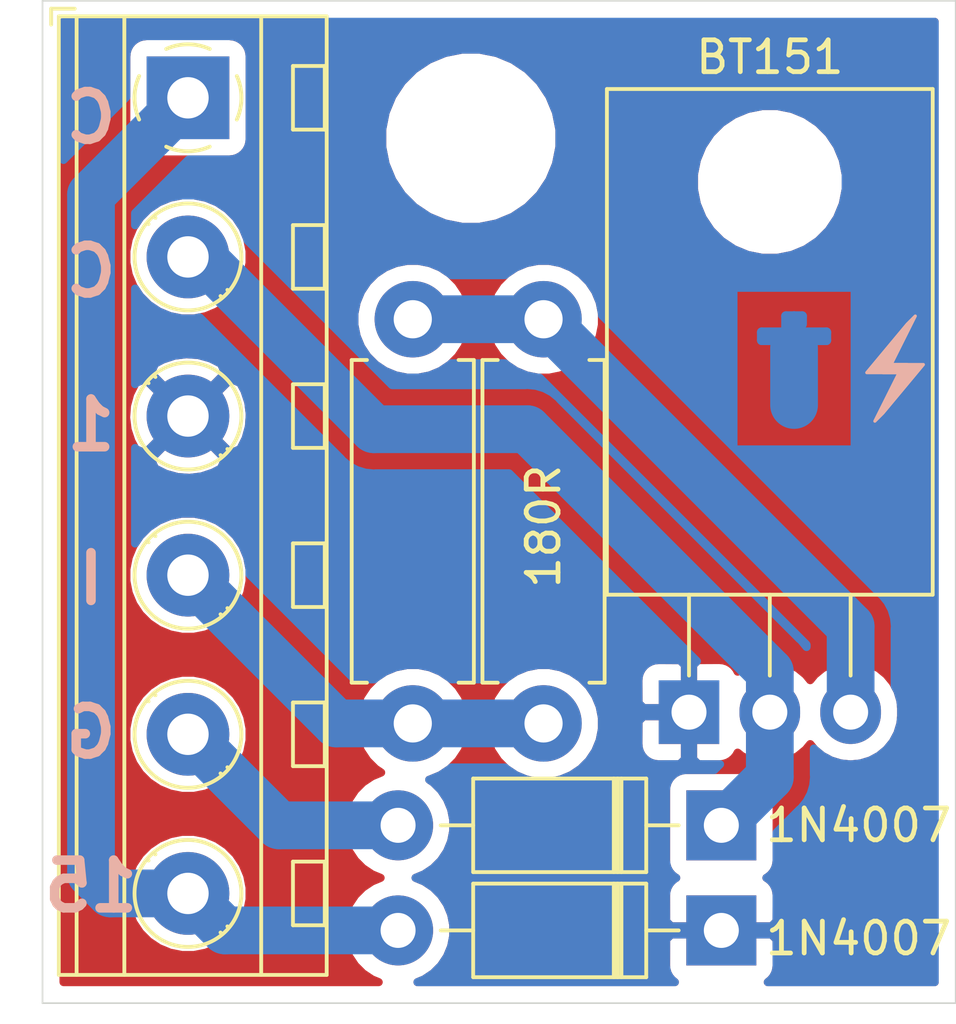
<source format=kicad_pcb>
(kicad_pcb (version 20171130) (host pcbnew 5.1.9+dfsg1-1+deb11u1)

  (general
    (thickness 1.6)
    (drawings 7)
    (tracks 32)
    (zones 0)
    (modules 7)
    (nets 7)
  )

  (page A4)
  (layers
    (0 F.Cu signal)
    (31 B.Cu signal)
    (32 B.Adhes user)
    (33 F.Adhes user)
    (34 B.Paste user)
    (35 F.Paste user)
    (36 B.SilkS user)
    (37 F.SilkS user)
    (38 B.Mask user)
    (39 F.Mask user)
    (40 Dwgs.User user)
    (41 Cmts.User user)
    (42 Eco1.User user)
    (43 Eco2.User user)
    (44 Edge.Cuts user)
    (45 Margin user)
    (46 B.CrtYd user)
    (47 F.CrtYd user)
    (48 B.Fab user)
    (49 F.Fab user)
  )

  (setup
    (last_trace_width 0.3)
    (trace_clearance 0.2)
    (zone_clearance 0.508)
    (zone_45_only no)
    (trace_min 0.2)
    (via_size 0.8)
    (via_drill 0.4)
    (via_min_size 0.4)
    (via_min_drill 0.3)
    (uvia_size 0.3)
    (uvia_drill 0.1)
    (uvias_allowed no)
    (uvia_min_size 0.2)
    (uvia_min_drill 0.1)
    (edge_width 0.05)
    (segment_width 0.2)
    (pcb_text_width 0.3)
    (pcb_text_size 1.5 1.5)
    (mod_edge_width 0.12)
    (mod_text_size 1 1)
    (mod_text_width 0.15)
    (pad_size 1.524 1.524)
    (pad_drill 0.762)
    (pad_to_mask_clearance 0)
    (aux_axis_origin 0 0)
    (visible_elements FFFFFF7F)
    (pcbplotparams
      (layerselection 0x010fc_ffffffff)
      (usegerberextensions true)
      (usegerberattributes true)
      (usegerberadvancedattributes false)
      (creategerberjobfile false)
      (excludeedgelayer true)
      (linewidth 0.100000)
      (plotframeref false)
      (viasonmask false)
      (mode 1)
      (useauxorigin false)
      (hpglpennumber 1)
      (hpglpenspeed 20)
      (hpglpendiameter 15.000000)
      (psnegative false)
      (psa4output false)
      (plotreference true)
      (plotvalue false)
      (plotinvisibletext false)
      (padsonsilk false)
      (subtractmaskfromsilk true)
      (outputformat 1)
      (mirror false)
      (drillshape 0)
      (scaleselection 1)
      (outputdirectory "gerber/"))
  )

  (net 0 "")
  (net 1 G)
  (net 2 C1)
  (net 3 15)
  (net 4 1)
  (net 5 I)
  (net 6 "Net-(Q1-Pad3)")

  (net_class Default "This is the default net class."
    (clearance 0.2)
    (trace_width 0.3)
    (via_dia 0.8)
    (via_drill 0.4)
    (uvia_dia 0.3)
    (uvia_drill 0.1)
    (add_net 1)
    (add_net 15)
    (add_net C1)
    (add_net G)
    (add_net I)
    (add_net "Net-(Q1-Pad3)")
  )

  (module Package_TO_SOT_THT:TO-220-3_Horizontal_TabDown (layer F.Cu) (tedit 5AC8BA0D) (tstamp 6557CE54)
    (at 111.76 92.71)
    (descr "TO-220-3, Horizontal, RM 2.54mm, see https://www.vishay.com/docs/66542/to-220-1.pdf")
    (tags "TO-220-3 Horizontal RM 2.54mm")
    (path /65580919)
    (fp_text reference BT151 (at 2.54 -20.58) (layer F.SilkS)
      (effects (font (size 1 1) (thickness 0.15)))
    )
    (fp_text value X0202MN (at 2.54 2) (layer F.Fab)
      (effects (font (size 1 1) (thickness 0.15)))
    )
    (fp_text user %R (at 2.54 -20.58) (layer F.Fab)
      (effects (font (size 1 1) (thickness 0.15)))
    )
    (fp_circle (center 2.54 -16.66) (end 4.39 -16.66) (layer F.Fab) (width 0.1))
    (fp_line (start -2.46 -13.06) (end -2.46 -19.46) (layer F.Fab) (width 0.1))
    (fp_line (start -2.46 -19.46) (end 7.54 -19.46) (layer F.Fab) (width 0.1))
    (fp_line (start 7.54 -19.46) (end 7.54 -13.06) (layer F.Fab) (width 0.1))
    (fp_line (start 7.54 -13.06) (end -2.46 -13.06) (layer F.Fab) (width 0.1))
    (fp_line (start -2.46 -3.81) (end -2.46 -13.06) (layer F.Fab) (width 0.1))
    (fp_line (start -2.46 -13.06) (end 7.54 -13.06) (layer F.Fab) (width 0.1))
    (fp_line (start 7.54 -13.06) (end 7.54 -3.81) (layer F.Fab) (width 0.1))
    (fp_line (start 7.54 -3.81) (end -2.46 -3.81) (layer F.Fab) (width 0.1))
    (fp_line (start 0 -3.81) (end 0 0) (layer F.Fab) (width 0.1))
    (fp_line (start 2.54 -3.81) (end 2.54 0) (layer F.Fab) (width 0.1))
    (fp_line (start 5.08 -3.81) (end 5.08 0) (layer F.Fab) (width 0.1))
    (fp_line (start -2.58 -3.69) (end 7.66 -3.69) (layer F.SilkS) (width 0.12))
    (fp_line (start -2.58 -19.58) (end 7.66 -19.58) (layer F.SilkS) (width 0.12))
    (fp_line (start -2.58 -19.58) (end -2.58 -3.69) (layer F.SilkS) (width 0.12))
    (fp_line (start 7.66 -19.58) (end 7.66 -3.69) (layer F.SilkS) (width 0.12))
    (fp_line (start 0 -3.69) (end 0 -1.15) (layer F.SilkS) (width 0.12))
    (fp_line (start 2.54 -3.69) (end 2.54 -1.15) (layer F.SilkS) (width 0.12))
    (fp_line (start 5.08 -3.69) (end 5.08 -1.15) (layer F.SilkS) (width 0.12))
    (fp_line (start -2.71 -19.71) (end -2.71 1.25) (layer F.CrtYd) (width 0.05))
    (fp_line (start -2.71 1.25) (end 7.79 1.25) (layer F.CrtYd) (width 0.05))
    (fp_line (start 7.79 1.25) (end 7.79 -19.71) (layer F.CrtYd) (width 0.05))
    (fp_line (start 7.79 -19.71) (end -2.71 -19.71) (layer F.CrtYd) (width 0.05))
    (pad 3 thru_hole oval (at 5.08 0) (size 1.905 2) (drill 1.1) (layers *.Cu *.Mask)
      (net 6 "Net-(Q1-Pad3)"))
    (pad 2 thru_hole oval (at 2.54 0) (size 1.905 2) (drill 1.1) (layers *.Cu *.Mask)
      (net 2 C1))
    (pad 1 thru_hole rect (at 0 0) (size 1.905 2) (drill 1.1) (layers *.Cu *.Mask)
      (net 4 1))
    (pad "" np_thru_hole oval (at 2.54 -16.66) (size 3.5 3.5) (drill 3.5) (layers *.Cu *.Mask))
    (model ${KISYS3DMOD}/Package_TO_SOT_THT.3dshapes/TO-220-3_Horizontal_TabDown.wrl
      (at (xyz 0 0 0))
      (scale (xyz 1 1 1))
      (rotate (xyz 0 0 0))
    )
  )

  (module MountingHole:MountingHole_4.3mm_M4_DIN965 (layer F.Cu) (tedit 56D1B4CB) (tstamp 6557E7D0)
    (at 104.902 74.676)
    (descr "Mounting Hole 4.3mm, no annular, M4, DIN965")
    (tags "mounting hole 4.3mm no annular m4 din965")
    (attr virtual)
    (fp_text reference REF** (at 0 -4.75) (layer F.SilkS) hide
      (effects (font (size 1 1) (thickness 0.15)))
    )
    (fp_text value MountingHole_4.3mm_M4_DIN965 (at 0 4.75) (layer F.Fab)
      (effects (font (size 1 1) (thickness 0.15)))
    )
    (fp_text user %R (at 0.3 0) (layer F.Fab)
      (effects (font (size 1 1) (thickness 0.15)))
    )
    (fp_circle (center 0 0) (end 3.75 0) (layer Cmts.User) (width 0.15))
    (fp_circle (center 0 0) (end 4 0) (layer F.CrtYd) (width 0.05))
    (pad 1 np_thru_hole circle (at 0 0) (size 4.3 4.3) (drill 4.3) (layers *.Cu *.Mask))
  )

  (module Resistor_THT:R_Axial_DIN0411_L9.9mm_D3.6mm_P12.70mm_Horizontal (layer F.Cu) (tedit 5AE5139B) (tstamp 6557CE82)
    (at 103.078 80.364 270)
    (descr "Resistor, Axial_DIN0411 series, Axial, Horizontal, pin pitch=12.7mm, 1W, length*diameter=9.9*3.6mm^2")
    (tags "Resistor Axial_DIN0411 series Axial Horizontal pin pitch 12.7mm 1W length 9.9mm diameter 3.6mm")
    (path /65582F30)
    (fp_text reference 180R (at 6.504 -4.11 90) (layer F.SilkS)
      (effects (font (size 1 1) (thickness 0.15)))
    )
    (fp_text value 180R (at 6.35 2.92 90) (layer F.Fab)
      (effects (font (size 1 1) (thickness 0.15)))
    )
    (fp_text user %R (at 6.35 0 90) (layer F.Fab)
      (effects (font (size 1 1) (thickness 0.15)))
    )
    (fp_line (start 1.4 -1.8) (end 1.4 1.8) (layer F.Fab) (width 0.1))
    (fp_line (start 1.4 1.8) (end 11.3 1.8) (layer F.Fab) (width 0.1))
    (fp_line (start 11.3 1.8) (end 11.3 -1.8) (layer F.Fab) (width 0.1))
    (fp_line (start 11.3 -1.8) (end 1.4 -1.8) (layer F.Fab) (width 0.1))
    (fp_line (start 0 0) (end 1.4 0) (layer F.Fab) (width 0.1))
    (fp_line (start 12.7 0) (end 11.3 0) (layer F.Fab) (width 0.1))
    (fp_line (start 1.28 -1.44) (end 1.28 -1.92) (layer F.SilkS) (width 0.12))
    (fp_line (start 1.28 -1.92) (end 11.42 -1.92) (layer F.SilkS) (width 0.12))
    (fp_line (start 11.42 -1.92) (end 11.42 -1.44) (layer F.SilkS) (width 0.12))
    (fp_line (start 1.28 1.44) (end 1.28 1.92) (layer F.SilkS) (width 0.12))
    (fp_line (start 1.28 1.92) (end 11.42 1.92) (layer F.SilkS) (width 0.12))
    (fp_line (start 11.42 1.92) (end 11.42 1.44) (layer F.SilkS) (width 0.12))
    (fp_line (start -1.45 -2.05) (end -1.45 2.05) (layer F.CrtYd) (width 0.05))
    (fp_line (start -1.45 2.05) (end 14.15 2.05) (layer F.CrtYd) (width 0.05))
    (fp_line (start 14.15 2.05) (end 14.15 -2.05) (layer F.CrtYd) (width 0.05))
    (fp_line (start 14.15 -2.05) (end -1.45 -2.05) (layer F.CrtYd) (width 0.05))
    (pad 2 thru_hole oval (at 12.7 0 270) (size 2.4 2.4) (drill 1.2) (layers *.Cu *.Mask)
      (net 5 I))
    (pad 1 thru_hole circle (at 0 0 270) (size 2.4 2.4) (drill 1.2) (layers *.Cu *.Mask)
      (net 6 "Net-(Q1-Pad3)"))
    (model ${KISYS3DMOD}/Resistor_THT.3dshapes/R_Axial_DIN0411_L9.9mm_D3.6mm_P12.70mm_Horizontal.wrl
      (at (xyz 0 0 0))
      (scale (xyz 1 1 1))
      (rotate (xyz 0 0 0))
    )
  )

  (module Resistor_THT:R_Axial_DIN0411_L9.9mm_D3.6mm_P12.70mm_Horizontal (layer F.Cu) (tedit 5AE5139B) (tstamp 6557CE6B)
    (at 107.188 80.364 270)
    (descr "Resistor, Axial_DIN0411 series, Axial, Horizontal, pin pitch=12.7mm, 1W, length*diameter=9.9*3.6mm^2")
    (tags "Resistor Axial_DIN0411 series Axial Horizontal pin pitch 12.7mm 1W length 9.9mm diameter 3.6mm")
    (path /65582040)
    (fp_text reference R1 (at 6.35 -2.92 90) (layer F.SilkS) hide
      (effects (font (size 1 1) (thickness 0.15)))
    )
    (fp_text value placeholder (at 6.35 2.92 90) (layer F.Fab)
      (effects (font (size 1 1) (thickness 0.15)))
    )
    (fp_text user %R (at 6.35 0 90) (layer F.Fab)
      (effects (font (size 1 1) (thickness 0.15)))
    )
    (fp_line (start 1.4 -1.8) (end 1.4 1.8) (layer F.Fab) (width 0.1))
    (fp_line (start 1.4 1.8) (end 11.3 1.8) (layer F.Fab) (width 0.1))
    (fp_line (start 11.3 1.8) (end 11.3 -1.8) (layer F.Fab) (width 0.1))
    (fp_line (start 11.3 -1.8) (end 1.4 -1.8) (layer F.Fab) (width 0.1))
    (fp_line (start 0 0) (end 1.4 0) (layer F.Fab) (width 0.1))
    (fp_line (start 12.7 0) (end 11.3 0) (layer F.Fab) (width 0.1))
    (fp_line (start 1.28 -1.44) (end 1.28 -1.92) (layer F.SilkS) (width 0.12))
    (fp_line (start 1.28 -1.92) (end 11.42 -1.92) (layer F.SilkS) (width 0.12))
    (fp_line (start 11.42 -1.92) (end 11.42 -1.44) (layer F.SilkS) (width 0.12))
    (fp_line (start 1.28 1.44) (end 1.28 1.92) (layer F.SilkS) (width 0.12))
    (fp_line (start 1.28 1.92) (end 11.42 1.92) (layer F.SilkS) (width 0.12))
    (fp_line (start 11.42 1.92) (end 11.42 1.44) (layer F.SilkS) (width 0.12))
    (fp_line (start -1.45 -2.05) (end -1.45 2.05) (layer F.CrtYd) (width 0.05))
    (fp_line (start -1.45 2.05) (end 14.15 2.05) (layer F.CrtYd) (width 0.05))
    (fp_line (start 14.15 2.05) (end 14.15 -2.05) (layer F.CrtYd) (width 0.05))
    (fp_line (start 14.15 -2.05) (end -1.45 -2.05) (layer F.CrtYd) (width 0.05))
    (pad 2 thru_hole oval (at 12.7 0 270) (size 2.4 2.4) (drill 1.2) (layers *.Cu *.Mask)
      (net 5 I))
    (pad 1 thru_hole circle (at 0 0 270) (size 2.4 2.4) (drill 1.2) (layers *.Cu *.Mask)
      (net 6 "Net-(Q1-Pad3)"))
    (model ${KISYS3DMOD}/Resistor_THT.3dshapes/R_Axial_DIN0411_L9.9mm_D3.6mm_P12.70mm_Horizontal.wrl
      (at (xyz 0 0 0))
      (scale (xyz 1 1 1))
      (rotate (xyz 0 0 0))
    )
  )

  (module TerminalBlock_MetzConnect:TerminalBlock_MetzConnect_Type094_RT03506HBLU_1x06_P5.00mm_Horizontal (layer F.Cu) (tedit 5B294E9E) (tstamp 6557CE34)
    (at 96.012 73.406 270)
    (descr "terminal block Metz Connect Type094_RT03506HBLU, 6 pins, pitch 5mm, size 30x8.3mm^2, drill diamater 1.3mm, pad diameter 2.6mm, see http://www.metz-connect.com/ru/system/files/productfiles/Data_sheet_310941_RT035xxHBLU_OFF-022742T.pdf, script-generated using https://github.com/pointhi/kicad-footprint-generator/scripts/TerminalBlock_MetzConnect")
    (tags "THT terminal block Metz Connect Type094_RT03506HBLU pitch 5mm size 30x8.3mm^2 drill 1.3mm pad 2.6mm")
    (path /6557BBE2)
    (fp_text reference J1 (at 12.5 -5.36 90) (layer F.SilkS) hide
      (effects (font (size 1 1) (thickness 0.15)))
    )
    (fp_text value Screw_Terminal_01x06 (at 12.5 5.06 90) (layer F.Fab)
      (effects (font (size 1 1) (thickness 0.15)))
    )
    (fp_text user %R (at 12.5 2.75 90) (layer F.Fab)
      (effects (font (size 1 1) (thickness 0.15)))
    )
    (fp_arc (start 0 0) (end -0.684 1.535) (angle -25) (layer F.SilkS) (width 0.12))
    (fp_arc (start 0 0) (end -1.535 -0.684) (angle -48) (layer F.SilkS) (width 0.12))
    (fp_arc (start 0 0) (end 0.684 -1.535) (angle -48) (layer F.SilkS) (width 0.12))
    (fp_arc (start 0 0) (end 1.535 0.684) (angle -48) (layer F.SilkS) (width 0.12))
    (fp_arc (start 0 0) (end 0 1.68) (angle -24) (layer F.SilkS) (width 0.12))
    (fp_circle (center 0 0) (end 1.5 0) (layer F.Fab) (width 0.1))
    (fp_circle (center 5 0) (end 6.5 0) (layer F.Fab) (width 0.1))
    (fp_circle (center 5 0) (end 6.68 0) (layer F.SilkS) (width 0.12))
    (fp_circle (center 10 0) (end 11.5 0) (layer F.Fab) (width 0.1))
    (fp_circle (center 10 0) (end 11.68 0) (layer F.SilkS) (width 0.12))
    (fp_circle (center 15 0) (end 16.5 0) (layer F.Fab) (width 0.1))
    (fp_circle (center 15 0) (end 16.68 0) (layer F.SilkS) (width 0.12))
    (fp_circle (center 20 0) (end 21.5 0) (layer F.Fab) (width 0.1))
    (fp_circle (center 20 0) (end 21.68 0) (layer F.SilkS) (width 0.12))
    (fp_circle (center 25 0) (end 26.5 0) (layer F.Fab) (width 0.1))
    (fp_circle (center 25 0) (end 26.68 0) (layer F.SilkS) (width 0.12))
    (fp_line (start -2.5 -4.3) (end 27.5 -4.3) (layer F.Fab) (width 0.1))
    (fp_line (start 27.5 -4.3) (end 27.5 4) (layer F.Fab) (width 0.1))
    (fp_line (start 27.5 4) (end -2 4) (layer F.Fab) (width 0.1))
    (fp_line (start -2 4) (end -2.5 3.5) (layer F.Fab) (width 0.1))
    (fp_line (start -2.5 3.5) (end -2.5 -4.3) (layer F.Fab) (width 0.1))
    (fp_line (start -2.5 3.5) (end 27.5 3.5) (layer F.Fab) (width 0.1))
    (fp_line (start -2.56 3.5) (end 27.56 3.5) (layer F.SilkS) (width 0.12))
    (fp_line (start -2.5 2) (end 27.5 2) (layer F.Fab) (width 0.1))
    (fp_line (start -2.56 2) (end 27.56 2) (layer F.SilkS) (width 0.12))
    (fp_line (start -2.5 -2.3) (end 27.5 -2.3) (layer F.Fab) (width 0.1))
    (fp_line (start -2.56 -2.301) (end 27.56 -2.301) (layer F.SilkS) (width 0.12))
    (fp_line (start -2.56 -4.36) (end 27.56 -4.36) (layer F.SilkS) (width 0.12))
    (fp_line (start -2.56 4.06) (end 27.56 4.06) (layer F.SilkS) (width 0.12))
    (fp_line (start -2.56 -4.36) (end -2.56 4.06) (layer F.SilkS) (width 0.12))
    (fp_line (start 27.56 -4.36) (end 27.56 4.06) (layer F.SilkS) (width 0.12))
    (fp_line (start 1.138 -0.955) (end -0.955 1.138) (layer F.Fab) (width 0.1))
    (fp_line (start 0.955 -1.138) (end -1.138 0.955) (layer F.Fab) (width 0.1))
    (fp_line (start -1 -4.3) (end -1 -3.3) (layer F.Fab) (width 0.1))
    (fp_line (start -1 -3.3) (end 1 -3.3) (layer F.Fab) (width 0.1))
    (fp_line (start 1 -3.3) (end 1 -4.3) (layer F.Fab) (width 0.1))
    (fp_line (start 1 -4.3) (end -1 -4.3) (layer F.Fab) (width 0.1))
    (fp_line (start -1 -4.3) (end 1 -4.3) (layer F.SilkS) (width 0.12))
    (fp_line (start -1 -3.3) (end 1 -3.3) (layer F.SilkS) (width 0.12))
    (fp_line (start -1 -4.3) (end -1 -3.3) (layer F.SilkS) (width 0.12))
    (fp_line (start 1 -4.3) (end 1 -3.3) (layer F.SilkS) (width 0.12))
    (fp_line (start 6.138 -0.955) (end 4.046 1.138) (layer F.Fab) (width 0.1))
    (fp_line (start 5.955 -1.138) (end 3.863 0.955) (layer F.Fab) (width 0.1))
    (fp_line (start 6.275 -1.069) (end 6.228 -1.023) (layer F.SilkS) (width 0.12))
    (fp_line (start 3.966 1.239) (end 3.931 1.274) (layer F.SilkS) (width 0.12))
    (fp_line (start 6.07 -1.275) (end 6.035 -1.239) (layer F.SilkS) (width 0.12))
    (fp_line (start 3.773 1.023) (end 3.726 1.069) (layer F.SilkS) (width 0.12))
    (fp_line (start 4 -4.3) (end 4 -3.3) (layer F.Fab) (width 0.1))
    (fp_line (start 4 -3.3) (end 6 -3.3) (layer F.Fab) (width 0.1))
    (fp_line (start 6 -3.3) (end 6 -4.3) (layer F.Fab) (width 0.1))
    (fp_line (start 6 -4.3) (end 4 -4.3) (layer F.Fab) (width 0.1))
    (fp_line (start 4 -4.3) (end 6 -4.3) (layer F.SilkS) (width 0.12))
    (fp_line (start 4 -3.3) (end 6 -3.3) (layer F.SilkS) (width 0.12))
    (fp_line (start 4 -4.3) (end 4 -3.3) (layer F.SilkS) (width 0.12))
    (fp_line (start 6 -4.3) (end 6 -3.3) (layer F.SilkS) (width 0.12))
    (fp_line (start 11.138 -0.955) (end 9.046 1.138) (layer F.Fab) (width 0.1))
    (fp_line (start 10.955 -1.138) (end 8.863 0.955) (layer F.Fab) (width 0.1))
    (fp_line (start 11.275 -1.069) (end 11.228 -1.023) (layer F.SilkS) (width 0.12))
    (fp_line (start 8.966 1.239) (end 8.931 1.274) (layer F.SilkS) (width 0.12))
    (fp_line (start 11.07 -1.275) (end 11.035 -1.239) (layer F.SilkS) (width 0.12))
    (fp_line (start 8.773 1.023) (end 8.726 1.069) (layer F.SilkS) (width 0.12))
    (fp_line (start 9 -4.3) (end 9 -3.3) (layer F.Fab) (width 0.1))
    (fp_line (start 9 -3.3) (end 11 -3.3) (layer F.Fab) (width 0.1))
    (fp_line (start 11 -3.3) (end 11 -4.3) (layer F.Fab) (width 0.1))
    (fp_line (start 11 -4.3) (end 9 -4.3) (layer F.Fab) (width 0.1))
    (fp_line (start 9 -4.3) (end 11 -4.3) (layer F.SilkS) (width 0.12))
    (fp_line (start 9 -3.3) (end 11 -3.3) (layer F.SilkS) (width 0.12))
    (fp_line (start 9 -4.3) (end 9 -3.3) (layer F.SilkS) (width 0.12))
    (fp_line (start 11 -4.3) (end 11 -3.3) (layer F.SilkS) (width 0.12))
    (fp_line (start 16.138 -0.955) (end 14.046 1.138) (layer F.Fab) (width 0.1))
    (fp_line (start 15.955 -1.138) (end 13.863 0.955) (layer F.Fab) (width 0.1))
    (fp_line (start 16.275 -1.069) (end 16.228 -1.023) (layer F.SilkS) (width 0.12))
    (fp_line (start 13.966 1.239) (end 13.931 1.274) (layer F.SilkS) (width 0.12))
    (fp_line (start 16.07 -1.275) (end 16.035 -1.239) (layer F.SilkS) (width 0.12))
    (fp_line (start 13.773 1.023) (end 13.726 1.069) (layer F.SilkS) (width 0.12))
    (fp_line (start 14 -4.3) (end 14 -3.3) (layer F.Fab) (width 0.1))
    (fp_line (start 14 -3.3) (end 16 -3.3) (layer F.Fab) (width 0.1))
    (fp_line (start 16 -3.3) (end 16 -4.3) (layer F.Fab) (width 0.1))
    (fp_line (start 16 -4.3) (end 14 -4.3) (layer F.Fab) (width 0.1))
    (fp_line (start 14 -4.3) (end 16 -4.3) (layer F.SilkS) (width 0.12))
    (fp_line (start 14 -3.3) (end 16 -3.3) (layer F.SilkS) (width 0.12))
    (fp_line (start 14 -4.3) (end 14 -3.3) (layer F.SilkS) (width 0.12))
    (fp_line (start 16 -4.3) (end 16 -3.3) (layer F.SilkS) (width 0.12))
    (fp_line (start 21.138 -0.955) (end 19.046 1.138) (layer F.Fab) (width 0.1))
    (fp_line (start 20.955 -1.138) (end 18.863 0.955) (layer F.Fab) (width 0.1))
    (fp_line (start 21.275 -1.069) (end 21.228 -1.023) (layer F.SilkS) (width 0.12))
    (fp_line (start 18.966 1.239) (end 18.931 1.274) (layer F.SilkS) (width 0.12))
    (fp_line (start 21.07 -1.275) (end 21.035 -1.239) (layer F.SilkS) (width 0.12))
    (fp_line (start 18.773 1.023) (end 18.726 1.069) (layer F.SilkS) (width 0.12))
    (fp_line (start 19 -4.3) (end 19 -3.3) (layer F.Fab) (width 0.1))
    (fp_line (start 19 -3.3) (end 21 -3.3) (layer F.Fab) (width 0.1))
    (fp_line (start 21 -3.3) (end 21 -4.3) (layer F.Fab) (width 0.1))
    (fp_line (start 21 -4.3) (end 19 -4.3) (layer F.Fab) (width 0.1))
    (fp_line (start 19 -4.3) (end 21 -4.3) (layer F.SilkS) (width 0.12))
    (fp_line (start 19 -3.3) (end 21 -3.3) (layer F.SilkS) (width 0.12))
    (fp_line (start 19 -4.3) (end 19 -3.3) (layer F.SilkS) (width 0.12))
    (fp_line (start 21 -4.3) (end 21 -3.3) (layer F.SilkS) (width 0.12))
    (fp_line (start 26.138 -0.955) (end 24.046 1.138) (layer F.Fab) (width 0.1))
    (fp_line (start 25.955 -1.138) (end 23.863 0.955) (layer F.Fab) (width 0.1))
    (fp_line (start 26.275 -1.069) (end 26.228 -1.023) (layer F.SilkS) (width 0.12))
    (fp_line (start 23.966 1.239) (end 23.931 1.274) (layer F.SilkS) (width 0.12))
    (fp_line (start 26.07 -1.275) (end 26.035 -1.239) (layer F.SilkS) (width 0.12))
    (fp_line (start 23.773 1.023) (end 23.726 1.069) (layer F.SilkS) (width 0.12))
    (fp_line (start 24 -4.3) (end 24 -3.3) (layer F.Fab) (width 0.1))
    (fp_line (start 24 -3.3) (end 26 -3.3) (layer F.Fab) (width 0.1))
    (fp_line (start 26 -3.3) (end 26 -4.3) (layer F.Fab) (width 0.1))
    (fp_line (start 26 -4.3) (end 24 -4.3) (layer F.Fab) (width 0.1))
    (fp_line (start 24 -4.3) (end 26 -4.3) (layer F.SilkS) (width 0.12))
    (fp_line (start 24 -3.3) (end 26 -3.3) (layer F.SilkS) (width 0.12))
    (fp_line (start 24 -4.3) (end 24 -3.3) (layer F.SilkS) (width 0.12))
    (fp_line (start 26 -4.3) (end 26 -3.3) (layer F.SilkS) (width 0.12))
    (fp_line (start -2.8 3.56) (end -2.8 4.3) (layer F.SilkS) (width 0.12))
    (fp_line (start -2.8 4.3) (end -2.3 4.3) (layer F.SilkS) (width 0.12))
    (fp_line (start -3 -4.81) (end -3 4.5) (layer F.CrtYd) (width 0.05))
    (fp_line (start -3 4.5) (end 28 4.5) (layer F.CrtYd) (width 0.05))
    (fp_line (start 28 4.5) (end 28 -4.81) (layer F.CrtYd) (width 0.05))
    (fp_line (start 28 -4.81) (end -3 -4.81) (layer F.CrtYd) (width 0.05))
    (pad 6 thru_hole circle (at 25 0 270) (size 2.6 2.6) (drill 1.3) (layers *.Cu *.Mask)
      (net 3 15))
    (pad 5 thru_hole circle (at 20 0 270) (size 2.6 2.6) (drill 1.3) (layers *.Cu *.Mask)
      (net 1 G))
    (pad 4 thru_hole circle (at 15 0 270) (size 2.6 2.6) (drill 1.3) (layers *.Cu *.Mask)
      (net 5 I))
    (pad 3 thru_hole circle (at 10 0 270) (size 2.6 2.6) (drill 1.3) (layers *.Cu *.Mask)
      (net 4 1))
    (pad 2 thru_hole circle (at 5 0 270) (size 2.6 2.6) (drill 1.3) (layers *.Cu *.Mask)
      (net 2 C1))
    (pad 1 thru_hole rect (at 0 0 270) (size 2.6 2.6) (drill 1.3) (layers *.Cu *.Mask)
      (net 3 15))
    (model ${KISYS3DMOD}/TerminalBlock_MetzConnect.3dshapes/TerminalBlock_MetzConnect_Type094_RT03506HBLU_1x06_P5.00mm_Horizontal.wrl
      (at (xyz 0 0 0))
      (scale (xyz 1 1 1))
      (rotate (xyz 0 0 0))
    )
  )

  (module Diode_THT:D_DO-41_SOD81_P10.16mm_Horizontal (layer F.Cu) (tedit 5AE50CD5) (tstamp 6557CDB4)
    (at 112.776 99.568 180)
    (descr "Diode, DO-41_SOD81 series, Axial, Horizontal, pin pitch=10.16mm, , length*diameter=5.2*2.7mm^2, , http://www.diodes.com/_files/packages/DO-41%20(Plastic).pdf")
    (tags "Diode DO-41_SOD81 series Axial Horizontal pin pitch 10.16mm  length 5.2mm diameter 2.7mm")
    (path /65578760)
    (fp_text reference 1N4007 (at -4.318 -0.254) (layer F.SilkS)
      (effects (font (size 1 1) (thickness 0.15)))
    )
    (fp_text value 1N4007 (at 5.08 2.47) (layer F.Fab)
      (effects (font (size 1 1) (thickness 0.15)))
    )
    (fp_text user K (at 0 -2.1) (layer F.SilkS) hide
      (effects (font (size 1 1) (thickness 0.15)))
    )
    (fp_text user K (at 0 -2.1) (layer F.Fab)
      (effects (font (size 1 1) (thickness 0.15)))
    )
    (fp_text user %R (at 5.47 0) (layer F.Fab)
      (effects (font (size 1 1) (thickness 0.15)))
    )
    (fp_line (start 2.48 -1.35) (end 2.48 1.35) (layer F.Fab) (width 0.1))
    (fp_line (start 2.48 1.35) (end 7.68 1.35) (layer F.Fab) (width 0.1))
    (fp_line (start 7.68 1.35) (end 7.68 -1.35) (layer F.Fab) (width 0.1))
    (fp_line (start 7.68 -1.35) (end 2.48 -1.35) (layer F.Fab) (width 0.1))
    (fp_line (start 0 0) (end 2.48 0) (layer F.Fab) (width 0.1))
    (fp_line (start 10.16 0) (end 7.68 0) (layer F.Fab) (width 0.1))
    (fp_line (start 3.26 -1.35) (end 3.26 1.35) (layer F.Fab) (width 0.1))
    (fp_line (start 3.36 -1.35) (end 3.36 1.35) (layer F.Fab) (width 0.1))
    (fp_line (start 3.16 -1.35) (end 3.16 1.35) (layer F.Fab) (width 0.1))
    (fp_line (start 2.36 -1.47) (end 2.36 1.47) (layer F.SilkS) (width 0.12))
    (fp_line (start 2.36 1.47) (end 7.8 1.47) (layer F.SilkS) (width 0.12))
    (fp_line (start 7.8 1.47) (end 7.8 -1.47) (layer F.SilkS) (width 0.12))
    (fp_line (start 7.8 -1.47) (end 2.36 -1.47) (layer F.SilkS) (width 0.12))
    (fp_line (start 1.34 0) (end 2.36 0) (layer F.SilkS) (width 0.12))
    (fp_line (start 8.82 0) (end 7.8 0) (layer F.SilkS) (width 0.12))
    (fp_line (start 3.26 -1.47) (end 3.26 1.47) (layer F.SilkS) (width 0.12))
    (fp_line (start 3.38 -1.47) (end 3.38 1.47) (layer F.SilkS) (width 0.12))
    (fp_line (start 3.14 -1.47) (end 3.14 1.47) (layer F.SilkS) (width 0.12))
    (fp_line (start -1.35 -1.6) (end -1.35 1.6) (layer F.CrtYd) (width 0.05))
    (fp_line (start -1.35 1.6) (end 11.51 1.6) (layer F.CrtYd) (width 0.05))
    (fp_line (start 11.51 1.6) (end 11.51 -1.6) (layer F.CrtYd) (width 0.05))
    (fp_line (start 11.51 -1.6) (end -1.35 -1.6) (layer F.CrtYd) (width 0.05))
    (pad 2 thru_hole oval (at 10.16 0 180) (size 2.2 2.2) (drill 1.1) (layers *.Cu *.Mask)
      (net 3 15))
    (pad 1 thru_hole rect (at 0 0 180) (size 2.2 2.2) (drill 1.1) (layers *.Cu *.Mask)
      (net 4 1))
    (model ${KISYS3DMOD}/Diode_THT.3dshapes/D_DO-41_SOD81_P10.16mm_Horizontal.wrl
      (at (xyz 0 0 0))
      (scale (xyz 1 1 1))
      (rotate (xyz 0 0 0))
    )
  )

  (module Diode_THT:D_DO-41_SOD81_P10.16mm_Horizontal (layer F.Cu) (tedit 5AE50CD5) (tstamp 6557CD95)
    (at 112.776 96.266 180)
    (descr "Diode, DO-41_SOD81 series, Axial, Horizontal, pin pitch=10.16mm, , length*diameter=5.2*2.7mm^2, , http://www.diodes.com/_files/packages/DO-41%20(Plastic).pdf")
    (tags "Diode DO-41_SOD81 series Axial Horizontal pin pitch 10.16mm  length 5.2mm diameter 2.7mm")
    (path /65577FF0)
    (fp_text reference 1N4007 (at -4.318 0) (layer F.SilkS)
      (effects (font (size 1 1) (thickness 0.15)))
    )
    (fp_text value 1N4007 (at 5.08 2.47) (layer F.Fab)
      (effects (font (size 1 1) (thickness 0.15)))
    )
    (fp_text user K (at 0.254 -4.826) (layer F.SilkS) hide
      (effects (font (size 1 1) (thickness 0.15)))
    )
    (fp_text user K (at 0 -2.1) (layer F.Fab)
      (effects (font (size 1 1) (thickness 0.15)))
    )
    (fp_text user %R (at 5.47 0) (layer F.Fab)
      (effects (font (size 1 1) (thickness 0.15)))
    )
    (fp_line (start 2.48 -1.35) (end 2.48 1.35) (layer F.Fab) (width 0.1))
    (fp_line (start 2.48 1.35) (end 7.68 1.35) (layer F.Fab) (width 0.1))
    (fp_line (start 7.68 1.35) (end 7.68 -1.35) (layer F.Fab) (width 0.1))
    (fp_line (start 7.68 -1.35) (end 2.48 -1.35) (layer F.Fab) (width 0.1))
    (fp_line (start 0 0) (end 2.48 0) (layer F.Fab) (width 0.1))
    (fp_line (start 10.16 0) (end 7.68 0) (layer F.Fab) (width 0.1))
    (fp_line (start 3.26 -1.35) (end 3.26 1.35) (layer F.Fab) (width 0.1))
    (fp_line (start 3.36 -1.35) (end 3.36 1.35) (layer F.Fab) (width 0.1))
    (fp_line (start 3.16 -1.35) (end 3.16 1.35) (layer F.Fab) (width 0.1))
    (fp_line (start 2.36 -1.47) (end 2.36 1.47) (layer F.SilkS) (width 0.12))
    (fp_line (start 2.36 1.47) (end 7.8 1.47) (layer F.SilkS) (width 0.12))
    (fp_line (start 7.8 1.47) (end 7.8 -1.47) (layer F.SilkS) (width 0.12))
    (fp_line (start 7.8 -1.47) (end 2.36 -1.47) (layer F.SilkS) (width 0.12))
    (fp_line (start 1.34 0) (end 2.36 0) (layer F.SilkS) (width 0.12))
    (fp_line (start 8.82 0) (end 7.8 0) (layer F.SilkS) (width 0.12))
    (fp_line (start 3.26 -1.47) (end 3.26 1.47) (layer F.SilkS) (width 0.12))
    (fp_line (start 3.38 -1.47) (end 3.38 1.47) (layer F.SilkS) (width 0.12))
    (fp_line (start 3.14 -1.47) (end 3.14 1.47) (layer F.SilkS) (width 0.12))
    (fp_line (start -1.35 -1.6) (end -1.35 1.6) (layer F.CrtYd) (width 0.05))
    (fp_line (start -1.35 1.6) (end 11.51 1.6) (layer F.CrtYd) (width 0.05))
    (fp_line (start 11.51 1.6) (end 11.51 -1.6) (layer F.CrtYd) (width 0.05))
    (fp_line (start 11.51 -1.6) (end -1.35 -1.6) (layer F.CrtYd) (width 0.05))
    (pad 2 thru_hole oval (at 10.16 0 180) (size 2.2 2.2) (drill 1.1) (layers *.Cu *.Mask)
      (net 1 G))
    (pad 1 thru_hole rect (at 0 0 180) (size 2.2 2.2) (drill 1.1) (layers *.Cu *.Mask)
      (net 2 C1))
    (model ${KISYS3DMOD}/Diode_THT.3dshapes/D_DO-41_SOD81_P10.16mm_Horizontal.wrl
      (at (xyz 0 0 0))
      (scale (xyz 1 1 1))
      (rotate (xyz 0 0 0))
    )
  )

  (gr_poly (pts (xy 118.364 82.042) (xy 117.856 82.042) (xy 117.856 81.788) (xy 119.126 81.788) (xy 117.856 83.312) (xy 117.602 83.566)) (layer B.SilkS) (width 0.1) (tstamp 6557ECED))
  (gr_poly (pts (xy 118.11 81.788) (xy 118.618 81.788) (xy 118.618 82.042) (xy 117.348 82.042) (xy 118.618 80.518) (xy 118.872 80.264)) (layer B.SilkS) (width 0.1))
  (gr_text "C\n\nC\n\n1\n\nI\n\nG\n\n15\n" (at 92.964 86.106) (layer B.SilkS)
    (effects (font (size 1.5 1.5) (thickness 0.3)) (justify mirror))
  )
  (gr_line (start 91.44 101.854) (end 91.44 70.358) (layer Edge.Cuts) (width 0.05) (tstamp 6557E06C))
  (gr_line (start 120.142 101.854) (end 91.44 101.854) (layer Edge.Cuts) (width 0.05))
  (gr_line (start 120.142 70.358) (end 120.142 101.854) (layer Edge.Cuts) (width 0.05))
  (gr_line (start 91.44 70.358) (end 120.142 70.358) (layer Edge.Cuts) (width 0.05))

  (segment (start 115.062 83.058) (end 115.062 81.28) (width 1.5) (layer B.Cu) (net 0))
  (segment (start 114.046 81.026) (end 116.078 81.026) (width 0.3) (layer B.Cu) (net 0))
  (segment (start 116.078 80.772) (end 116.078 81.026) (width 0.3) (layer B.Cu) (net 0))
  (segment (start 114.046 80.772) (end 114.046 81.026) (width 0.3) (layer B.Cu) (net 0))
  (segment (start 114.808 80.772) (end 114.808 80.264) (width 0.3) (layer B.Cu) (net 0))
  (segment (start 116.078 80.772) (end 114.808 80.772) (width 0.3) (layer B.Cu) (net 0))
  (segment (start 114.808 80.772) (end 114.046 80.772) (width 0.3) (layer B.Cu) (net 0))
  (segment (start 115.316 80.264) (end 115.316 80.518) (width 0.3) (layer B.Cu) (net 0))
  (segment (start 115.062 80.518) (end 115.062 80.264) (width 0.3) (layer B.Cu) (net 0))
  (segment (start 115.062 80.264) (end 115.316 80.264) (width 0.3) (layer B.Cu) (net 0))
  (segment (start 114.808 80.264) (end 115.062 80.264) (width 0.3) (layer B.Cu) (net 0))
  (segment (start 98.872 96.266) (end 96.012 93.406) (width 1.5) (layer B.Cu) (net 1))
  (segment (start 102.616 96.266) (end 98.872 96.266) (width 1.5) (layer B.Cu) (net 1))
  (segment (start 114.3 94.742) (end 114.3 92.71) (width 1.5) (layer B.Cu) (net 2))
  (segment (start 112.776 96.266) (end 114.3 94.742) (width 1.5) (layer B.Cu) (net 2))
  (segment (start 114.3 92.71) (end 114.3 91.44) (width 1.5) (layer B.Cu) (net 2))
  (segment (start 114.3 91.44) (end 106.68 83.82) (width 1.5) (layer B.Cu) (net 2))
  (segment (start 106.68 83.82) (end 101.854 83.82) (width 1.5) (layer B.Cu) (net 2))
  (segment (start 96.44 78.406) (end 96.012 78.406) (width 1.5) (layer B.Cu) (net 2))
  (segment (start 101.854 83.82) (end 96.44 78.406) (width 1.5) (layer B.Cu) (net 2))
  (segment (start 97.174 99.568) (end 96.012 98.406) (width 1.5) (layer B.Cu) (net 3))
  (segment (start 102.616 99.568) (end 97.174 99.568) (width 1.5) (layer B.Cu) (net 3))
  (segment (start 96.012 98.406) (end 93.58 98.406) (width 1.5) (layer B.Cu) (net 3))
  (segment (start 93.58 98.406) (end 92.964 97.79) (width 1.5) (layer B.Cu) (net 3))
  (segment (start 92.964 76.454) (end 96.012 73.406) (width 1.5) (layer B.Cu) (net 3))
  (segment (start 92.964 97.79) (end 92.964 76.454) (width 1.5) (layer B.Cu) (net 3))
  (segment (start 100.67 93.064) (end 96.012 88.406) (width 1.5) (layer B.Cu) (net 5))
  (segment (start 103.078 93.064) (end 100.67 93.064) (width 1.5) (layer B.Cu) (net 5))
  (segment (start 103.078 93.064) (end 107.188 93.064) (width 1.5) (layer B.Cu) (net 5))
  (segment (start 103.078 80.364) (end 107.188 80.364) (width 1.5) (layer B.Cu) (net 6))
  (segment (start 116.84 90.016) (end 116.84 92.71) (width 1.5) (layer B.Cu) (net 6))
  (segment (start 107.188 80.364) (end 116.84 90.016) (width 1.5) (layer B.Cu) (net 6))

  (zone (net 4) (net_name 1) (layer F.Cu) (tstamp 6557EFB8) (hatch edge 0.508)
    (connect_pads (clearance 0.508))
    (min_thickness 0.254)
    (fill yes (arc_segments 32) (thermal_gap 0.508) (thermal_bridge_width 0.508))
    (polygon
      (pts
        (xy 120.142 101.854) (xy 91.44 101.854) (xy 91.44 70.358) (xy 120.142 70.358)
      )
    )
    (filled_polygon
      (pts
        (xy 119.482001 101.194) (xy 114.236022 101.194) (xy 114.327185 101.119185) (xy 114.406537 101.022494) (xy 114.465502 100.91218)
        (xy 114.501812 100.792482) (xy 114.514072 100.668) (xy 114.511 99.85375) (xy 114.35225 99.695) (xy 112.903 99.695)
        (xy 112.903 99.715) (xy 112.649 99.715) (xy 112.649 99.695) (xy 111.19975 99.695) (xy 111.041 99.85375)
        (xy 111.037928 100.668) (xy 111.050188 100.792482) (xy 111.086498 100.91218) (xy 111.145463 101.022494) (xy 111.224815 101.119185)
        (xy 111.315978 101.194) (xy 103.224263 101.194) (xy 103.437831 101.105537) (xy 103.721998 100.915663) (xy 103.963663 100.673998)
        (xy 104.153537 100.389831) (xy 104.284325 100.074081) (xy 104.351 99.738883) (xy 104.351 99.397117) (xy 104.284325 99.061919)
        (xy 104.153537 98.746169) (xy 103.963663 98.462002) (xy 103.721998 98.220337) (xy 103.437831 98.030463) (xy 103.163907 97.917)
        (xy 103.437831 97.803537) (xy 103.721998 97.613663) (xy 103.963663 97.371998) (xy 104.153537 97.087831) (xy 104.284325 96.772081)
        (xy 104.351 96.436883) (xy 104.351 96.095117) (xy 104.284325 95.759919) (xy 104.153537 95.444169) (xy 103.967671 95.166)
        (xy 111.037928 95.166) (xy 111.037928 97.366) (xy 111.050188 97.490482) (xy 111.086498 97.61018) (xy 111.145463 97.720494)
        (xy 111.224815 97.817185) (xy 111.321506 97.896537) (xy 111.359789 97.917) (xy 111.321506 97.937463) (xy 111.224815 98.016815)
        (xy 111.145463 98.113506) (xy 111.086498 98.22382) (xy 111.050188 98.343518) (xy 111.037928 98.468) (xy 111.041 99.28225)
        (xy 111.19975 99.441) (xy 112.649 99.441) (xy 112.649 99.421) (xy 112.903 99.421) (xy 112.903 99.441)
        (xy 114.35225 99.441) (xy 114.511 99.28225) (xy 114.514072 98.468) (xy 114.501812 98.343518) (xy 114.465502 98.22382)
        (xy 114.406537 98.113506) (xy 114.327185 98.016815) (xy 114.230494 97.937463) (xy 114.192211 97.917) (xy 114.230494 97.896537)
        (xy 114.327185 97.817185) (xy 114.406537 97.720494) (xy 114.465502 97.61018) (xy 114.501812 97.490482) (xy 114.514072 97.366)
        (xy 114.514072 95.166) (xy 114.501812 95.041518) (xy 114.465502 94.92182) (xy 114.406537 94.811506) (xy 114.327185 94.714815)
        (xy 114.230494 94.635463) (xy 114.12018 94.576498) (xy 114.000482 94.540188) (xy 113.876 94.527928) (xy 111.676 94.527928)
        (xy 111.551518 94.540188) (xy 111.43182 94.576498) (xy 111.321506 94.635463) (xy 111.224815 94.714815) (xy 111.145463 94.811506)
        (xy 111.086498 94.92182) (xy 111.050188 95.041518) (xy 111.037928 95.166) (xy 103.967671 95.166) (xy 103.963663 95.160002)
        (xy 103.721998 94.918337) (xy 103.593423 94.832426) (xy 103.61325 94.828482) (xy 103.947199 94.690156) (xy 104.247744 94.489338)
        (xy 104.503338 94.233744) (xy 104.704156 93.933199) (xy 104.842482 93.59925) (xy 104.913 93.244732) (xy 104.913 92.883268)
        (xy 105.353 92.883268) (xy 105.353 93.244732) (xy 105.423518 93.59925) (xy 105.561844 93.933199) (xy 105.762662 94.233744)
        (xy 106.018256 94.489338) (xy 106.318801 94.690156) (xy 106.65275 94.828482) (xy 107.007268 94.899) (xy 107.368732 94.899)
        (xy 107.72325 94.828482) (xy 108.057199 94.690156) (xy 108.357744 94.489338) (xy 108.613338 94.233744) (xy 108.814156 93.933199)
        (xy 108.906607 93.71) (xy 110.169428 93.71) (xy 110.181688 93.834482) (xy 110.217998 93.95418) (xy 110.276963 94.064494)
        (xy 110.356315 94.161185) (xy 110.453006 94.240537) (xy 110.56332 94.299502) (xy 110.683018 94.335812) (xy 110.8075 94.348072)
        (xy 111.47425 94.345) (xy 111.633 94.18625) (xy 111.633 92.837) (xy 110.33125 92.837) (xy 110.1725 92.99575)
        (xy 110.169428 93.71) (xy 108.906607 93.71) (xy 108.952482 93.59925) (xy 109.023 93.244732) (xy 109.023 92.883268)
        (xy 108.952482 92.52875) (xy 108.814156 92.194801) (xy 108.613338 91.894256) (xy 108.429082 91.71) (xy 110.169428 91.71)
        (xy 110.1725 92.42425) (xy 110.33125 92.583) (xy 111.633 92.583) (xy 111.633 91.23375) (xy 111.887 91.23375)
        (xy 111.887 92.583) (xy 111.907 92.583) (xy 111.907 92.837) (xy 111.887 92.837) (xy 111.887 94.18625)
        (xy 112.04575 94.345) (xy 112.7125 94.348072) (xy 112.836982 94.335812) (xy 112.95668 94.299502) (xy 113.066994 94.240537)
        (xy 113.163685 94.161185) (xy 113.243037 94.064494) (xy 113.287905 93.980553) (xy 113.413766 94.083845) (xy 113.689552 94.231255)
        (xy 113.988797 94.32203) (xy 114.3 94.352681) (xy 114.611204 94.32203) (xy 114.910449 94.231255) (xy 115.186235 94.083845)
        (xy 115.427963 93.885463) (xy 115.57 93.712391) (xy 115.712037 93.885463) (xy 115.953766 94.083845) (xy 116.229552 94.231255)
        (xy 116.528797 94.32203) (xy 116.84 94.352681) (xy 117.151204 94.32203) (xy 117.450449 94.231255) (xy 117.726235 94.083845)
        (xy 117.967963 93.885463) (xy 118.166345 93.643734) (xy 118.313755 93.367948) (xy 118.40453 93.068703) (xy 118.4275 92.835485)
        (xy 118.4275 92.584514) (xy 118.40453 92.351296) (xy 118.313755 92.052051) (xy 118.166345 91.776265) (xy 117.967963 91.534537)
        (xy 117.726234 91.336155) (xy 117.450448 91.188745) (xy 117.151203 91.09797) (xy 116.84 91.067319) (xy 116.528796 91.09797)
        (xy 116.229551 91.188745) (xy 115.953765 91.336155) (xy 115.712037 91.534537) (xy 115.57 91.707609) (xy 115.427963 91.534537)
        (xy 115.186234 91.336155) (xy 114.910448 91.188745) (xy 114.611203 91.09797) (xy 114.3 91.067319) (xy 113.988796 91.09797)
        (xy 113.689551 91.188745) (xy 113.413765 91.336155) (xy 113.287905 91.439446) (xy 113.243037 91.355506) (xy 113.163685 91.258815)
        (xy 113.066994 91.179463) (xy 112.95668 91.120498) (xy 112.836982 91.084188) (xy 112.7125 91.071928) (xy 112.04575 91.075)
        (xy 111.887 91.23375) (xy 111.633 91.23375) (xy 111.47425 91.075) (xy 110.8075 91.071928) (xy 110.683018 91.084188)
        (xy 110.56332 91.120498) (xy 110.453006 91.179463) (xy 110.356315 91.258815) (xy 110.276963 91.355506) (xy 110.217998 91.46582)
        (xy 110.181688 91.585518) (xy 110.169428 91.71) (xy 108.429082 91.71) (xy 108.357744 91.638662) (xy 108.057199 91.437844)
        (xy 107.72325 91.299518) (xy 107.368732 91.229) (xy 107.007268 91.229) (xy 106.65275 91.299518) (xy 106.318801 91.437844)
        (xy 106.018256 91.638662) (xy 105.762662 91.894256) (xy 105.561844 92.194801) (xy 105.423518 92.52875) (xy 105.353 92.883268)
        (xy 104.913 92.883268) (xy 104.842482 92.52875) (xy 104.704156 92.194801) (xy 104.503338 91.894256) (xy 104.247744 91.638662)
        (xy 103.947199 91.437844) (xy 103.61325 91.299518) (xy 103.258732 91.229) (xy 102.897268 91.229) (xy 102.54275 91.299518)
        (xy 102.208801 91.437844) (xy 101.908256 91.638662) (xy 101.652662 91.894256) (xy 101.451844 92.194801) (xy 101.313518 92.52875)
        (xy 101.243 92.883268) (xy 101.243 93.244732) (xy 101.313518 93.59925) (xy 101.451844 93.933199) (xy 101.652662 94.233744)
        (xy 101.908256 94.489338) (xy 102.085519 94.607782) (xy 101.794169 94.728463) (xy 101.510002 94.918337) (xy 101.268337 95.160002)
        (xy 101.078463 95.444169) (xy 100.947675 95.759919) (xy 100.881 96.095117) (xy 100.881 96.436883) (xy 100.947675 96.772081)
        (xy 101.078463 97.087831) (xy 101.268337 97.371998) (xy 101.510002 97.613663) (xy 101.794169 97.803537) (xy 102.068093 97.917)
        (xy 101.794169 98.030463) (xy 101.510002 98.220337) (xy 101.268337 98.462002) (xy 101.078463 98.746169) (xy 100.947675 99.061919)
        (xy 100.881 99.397117) (xy 100.881 99.738883) (xy 100.947675 100.074081) (xy 101.078463 100.389831) (xy 101.268337 100.673998)
        (xy 101.510002 100.915663) (xy 101.794169 101.105537) (xy 102.007737 101.194) (xy 92.1 101.194) (xy 92.1 98.215419)
        (xy 94.077 98.215419) (xy 94.077 98.596581) (xy 94.151361 98.970419) (xy 94.297225 99.322566) (xy 94.508987 99.639491)
        (xy 94.778509 99.909013) (xy 95.095434 100.120775) (xy 95.447581 100.266639) (xy 95.821419 100.341) (xy 96.202581 100.341)
        (xy 96.576419 100.266639) (xy 96.928566 100.120775) (xy 97.245491 99.909013) (xy 97.515013 99.639491) (xy 97.726775 99.322566)
        (xy 97.872639 98.970419) (xy 97.947 98.596581) (xy 97.947 98.215419) (xy 97.872639 97.841581) (xy 97.726775 97.489434)
        (xy 97.515013 97.172509) (xy 97.245491 96.902987) (xy 96.928566 96.691225) (xy 96.576419 96.545361) (xy 96.202581 96.471)
        (xy 95.821419 96.471) (xy 95.447581 96.545361) (xy 95.095434 96.691225) (xy 94.778509 96.902987) (xy 94.508987 97.172509)
        (xy 94.297225 97.489434) (xy 94.151361 97.841581) (xy 94.077 98.215419) (xy 92.1 98.215419) (xy 92.1 93.215419)
        (xy 94.077 93.215419) (xy 94.077 93.596581) (xy 94.151361 93.970419) (xy 94.297225 94.322566) (xy 94.508987 94.639491)
        (xy 94.778509 94.909013) (xy 95.095434 95.120775) (xy 95.447581 95.266639) (xy 95.821419 95.341) (xy 96.202581 95.341)
        (xy 96.576419 95.266639) (xy 96.928566 95.120775) (xy 97.245491 94.909013) (xy 97.515013 94.639491) (xy 97.726775 94.322566)
        (xy 97.872639 93.970419) (xy 97.947 93.596581) (xy 97.947 93.215419) (xy 97.872639 92.841581) (xy 97.726775 92.489434)
        (xy 97.515013 92.172509) (xy 97.245491 91.902987) (xy 96.928566 91.691225) (xy 96.576419 91.545361) (xy 96.202581 91.471)
        (xy 95.821419 91.471) (xy 95.447581 91.545361) (xy 95.095434 91.691225) (xy 94.778509 91.902987) (xy 94.508987 92.172509)
        (xy 94.297225 92.489434) (xy 94.151361 92.841581) (xy 94.077 93.215419) (xy 92.1 93.215419) (xy 92.1 88.215419)
        (xy 94.077 88.215419) (xy 94.077 88.596581) (xy 94.151361 88.970419) (xy 94.297225 89.322566) (xy 94.508987 89.639491)
        (xy 94.778509 89.909013) (xy 95.095434 90.120775) (xy 95.447581 90.266639) (xy 95.821419 90.341) (xy 96.202581 90.341)
        (xy 96.576419 90.266639) (xy 96.928566 90.120775) (xy 97.245491 89.909013) (xy 97.515013 89.639491) (xy 97.726775 89.322566)
        (xy 97.872639 88.970419) (xy 97.947 88.596581) (xy 97.947 88.215419) (xy 97.872639 87.841581) (xy 97.726775 87.489434)
        (xy 97.515013 87.172509) (xy 97.245491 86.902987) (xy 96.928566 86.691225) (xy 96.576419 86.545361) (xy 96.202581 86.471)
        (xy 95.821419 86.471) (xy 95.447581 86.545361) (xy 95.095434 86.691225) (xy 94.778509 86.902987) (xy 94.508987 87.172509)
        (xy 94.297225 87.489434) (xy 94.151361 87.841581) (xy 94.077 88.215419) (xy 92.1 88.215419) (xy 92.1 84.755224)
        (xy 94.842381 84.755224) (xy 94.974317 85.050312) (xy 95.315045 85.221159) (xy 95.682557 85.32225) (xy 96.062729 85.349701)
        (xy 96.440951 85.302457) (xy 96.80269 85.182333) (xy 97.049683 85.050312) (xy 97.181619 84.755224) (xy 96.012 83.585605)
        (xy 94.842381 84.755224) (xy 92.1 84.755224) (xy 92.1 83.456729) (xy 94.068299 83.456729) (xy 94.115543 83.834951)
        (xy 94.235667 84.19669) (xy 94.367688 84.443683) (xy 94.662776 84.575619) (xy 95.832395 83.406) (xy 96.191605 83.406)
        (xy 97.361224 84.575619) (xy 97.656312 84.443683) (xy 97.827159 84.102955) (xy 97.92825 83.735443) (xy 97.955701 83.355271)
        (xy 97.908457 82.977049) (xy 97.788333 82.61531) (xy 97.656312 82.368317) (xy 97.361224 82.236381) (xy 96.191605 83.406)
        (xy 95.832395 83.406) (xy 94.662776 82.236381) (xy 94.367688 82.368317) (xy 94.196841 82.709045) (xy 94.09575 83.076557)
        (xy 94.068299 83.456729) (xy 92.1 83.456729) (xy 92.1 82.056776) (xy 94.842381 82.056776) (xy 96.012 83.226395)
        (xy 97.181619 82.056776) (xy 97.049683 81.761688) (xy 96.708955 81.590841) (xy 96.341443 81.48975) (xy 95.961271 81.462299)
        (xy 95.583049 81.509543) (xy 95.22131 81.629667) (xy 94.974317 81.761688) (xy 94.842381 82.056776) (xy 92.1 82.056776)
        (xy 92.1 78.215419) (xy 94.077 78.215419) (xy 94.077 78.596581) (xy 94.151361 78.970419) (xy 94.297225 79.322566)
        (xy 94.508987 79.639491) (xy 94.778509 79.909013) (xy 95.095434 80.120775) (xy 95.447581 80.266639) (xy 95.821419 80.341)
        (xy 96.202581 80.341) (xy 96.576419 80.266639) (xy 96.777694 80.183268) (xy 101.243 80.183268) (xy 101.243 80.544732)
        (xy 101.313518 80.89925) (xy 101.451844 81.233199) (xy 101.652662 81.533744) (xy 101.908256 81.789338) (xy 102.208801 81.990156)
        (xy 102.54275 82.128482) (xy 102.897268 82.199) (xy 103.258732 82.199) (xy 103.61325 82.128482) (xy 103.947199 81.990156)
        (xy 104.247744 81.789338) (xy 104.503338 81.533744) (xy 104.704156 81.233199) (xy 104.842482 80.89925) (xy 104.913 80.544732)
        (xy 104.913 80.183268) (xy 105.353 80.183268) (xy 105.353 80.544732) (xy 105.423518 80.89925) (xy 105.561844 81.233199)
        (xy 105.762662 81.533744) (xy 106.018256 81.789338) (xy 106.318801 81.990156) (xy 106.65275 82.128482) (xy 107.007268 82.199)
        (xy 107.368732 82.199) (xy 107.72325 82.128482) (xy 108.057199 81.990156) (xy 108.357744 81.789338) (xy 108.613338 81.533744)
        (xy 108.814156 81.233199) (xy 108.952482 80.89925) (xy 109.023 80.544732) (xy 109.023 80.183268) (xy 108.952482 79.82875)
        (xy 108.814156 79.494801) (xy 108.613338 79.194256) (xy 108.357744 78.938662) (xy 108.057199 78.737844) (xy 107.72325 78.599518)
        (xy 107.368732 78.529) (xy 107.007268 78.529) (xy 106.65275 78.599518) (xy 106.318801 78.737844) (xy 106.018256 78.938662)
        (xy 105.762662 79.194256) (xy 105.561844 79.494801) (xy 105.423518 79.82875) (xy 105.353 80.183268) (xy 104.913 80.183268)
        (xy 104.842482 79.82875) (xy 104.704156 79.494801) (xy 104.503338 79.194256) (xy 104.247744 78.938662) (xy 103.947199 78.737844)
        (xy 103.61325 78.599518) (xy 103.258732 78.529) (xy 102.897268 78.529) (xy 102.54275 78.599518) (xy 102.208801 78.737844)
        (xy 101.908256 78.938662) (xy 101.652662 79.194256) (xy 101.451844 79.494801) (xy 101.313518 79.82875) (xy 101.243 80.183268)
        (xy 96.777694 80.183268) (xy 96.928566 80.120775) (xy 97.245491 79.909013) (xy 97.515013 79.639491) (xy 97.726775 79.322566)
        (xy 97.872639 78.970419) (xy 97.947 78.596581) (xy 97.947 78.215419) (xy 97.872639 77.841581) (xy 97.726775 77.489434)
        (xy 97.515013 77.172509) (xy 97.245491 76.902987) (xy 96.928566 76.691225) (xy 96.576419 76.545361) (xy 96.202581 76.471)
        (xy 95.821419 76.471) (xy 95.447581 76.545361) (xy 95.095434 76.691225) (xy 94.778509 76.902987) (xy 94.508987 77.172509)
        (xy 94.297225 77.489434) (xy 94.151361 77.841581) (xy 94.077 78.215419) (xy 92.1 78.215419) (xy 92.1 72.106)
        (xy 94.073928 72.106) (xy 94.073928 74.706) (xy 94.086188 74.830482) (xy 94.122498 74.95018) (xy 94.181463 75.060494)
        (xy 94.260815 75.157185) (xy 94.357506 75.236537) (xy 94.46782 75.295502) (xy 94.587518 75.331812) (xy 94.712 75.344072)
        (xy 97.312 75.344072) (xy 97.436482 75.331812) (xy 97.55618 75.295502) (xy 97.666494 75.236537) (xy 97.763185 75.157185)
        (xy 97.842537 75.060494) (xy 97.901502 74.95018) (xy 97.937812 74.830482) (xy 97.950072 74.706) (xy 97.950072 74.401701)
        (xy 102.117 74.401701) (xy 102.117 74.950299) (xy 102.224026 75.488354) (xy 102.433965 75.995192) (xy 102.73875 76.451334)
        (xy 103.126666 76.83925) (xy 103.582808 77.144035) (xy 104.089646 77.353974) (xy 104.627701 77.461) (xy 105.176299 77.461)
        (xy 105.714354 77.353974) (xy 106.221192 77.144035) (xy 106.677334 76.83925) (xy 107.06525 76.451334) (xy 107.370035 75.995192)
        (xy 107.444632 75.815098) (xy 111.915 75.815098) (xy 111.915 76.284902) (xy 112.006654 76.745679) (xy 112.18644 77.179721)
        (xy 112.44745 77.570349) (xy 112.779651 77.90255) (xy 113.170279 78.16356) (xy 113.604321 78.343346) (xy 114.065098 78.435)
        (xy 114.534902 78.435) (xy 114.995679 78.343346) (xy 115.429721 78.16356) (xy 115.820349 77.90255) (xy 116.15255 77.570349)
        (xy 116.41356 77.179721) (xy 116.593346 76.745679) (xy 116.685 76.284902) (xy 116.685 75.815098) (xy 116.593346 75.354321)
        (xy 116.41356 74.920279) (xy 116.15255 74.529651) (xy 115.820349 74.19745) (xy 115.429721 73.93644) (xy 114.995679 73.756654)
        (xy 114.534902 73.665) (xy 114.065098 73.665) (xy 113.604321 73.756654) (xy 113.170279 73.93644) (xy 112.779651 74.19745)
        (xy 112.44745 74.529651) (xy 112.18644 74.920279) (xy 112.006654 75.354321) (xy 111.915 75.815098) (xy 107.444632 75.815098)
        (xy 107.579974 75.488354) (xy 107.687 74.950299) (xy 107.687 74.401701) (xy 107.579974 73.863646) (xy 107.370035 73.356808)
        (xy 107.06525 72.900666) (xy 106.677334 72.51275) (xy 106.221192 72.207965) (xy 105.714354 71.998026) (xy 105.176299 71.891)
        (xy 104.627701 71.891) (xy 104.089646 71.998026) (xy 103.582808 72.207965) (xy 103.126666 72.51275) (xy 102.73875 72.900666)
        (xy 102.433965 73.356808) (xy 102.224026 73.863646) (xy 102.117 74.401701) (xy 97.950072 74.401701) (xy 97.950072 72.106)
        (xy 97.937812 71.981518) (xy 97.901502 71.86182) (xy 97.842537 71.751506) (xy 97.763185 71.654815) (xy 97.666494 71.575463)
        (xy 97.55618 71.516498) (xy 97.436482 71.480188) (xy 97.312 71.467928) (xy 94.712 71.467928) (xy 94.587518 71.480188)
        (xy 94.46782 71.516498) (xy 94.357506 71.575463) (xy 94.260815 71.654815) (xy 94.181463 71.751506) (xy 94.122498 71.86182)
        (xy 94.086188 71.981518) (xy 94.073928 72.106) (xy 92.1 72.106) (xy 92.1 71.018) (xy 119.482 71.018)
      )
    )
  )
  (zone (net 4) (net_name 1) (layer B.Cu) (tstamp 6557EFB5) (hatch edge 0.508)
    (connect_pads (clearance 0.508))
    (min_thickness 0.254)
    (fill yes (arc_segments 32) (thermal_gap 0.508) (thermal_bridge_width 0.508))
    (polygon
      (pts
        (xy 120.142 101.854) (xy 91.44 101.854) (xy 91.44 70.358) (xy 120.142 70.358)
      )
    )
    (filled_polygon
      (pts
        (xy 119.482001 101.194) (xy 114.236022 101.194) (xy 114.327185 101.119185) (xy 114.406537 101.022494) (xy 114.465502 100.91218)
        (xy 114.501812 100.792482) (xy 114.514072 100.668) (xy 114.511 99.85375) (xy 114.35225 99.695) (xy 112.903 99.695)
        (xy 112.903 99.715) (xy 112.649 99.715) (xy 112.649 99.695) (xy 111.19975 99.695) (xy 111.041 99.85375)
        (xy 111.037928 100.668) (xy 111.050188 100.792482) (xy 111.086498 100.91218) (xy 111.145463 101.022494) (xy 111.224815 101.119185)
        (xy 111.315978 101.194) (xy 103.224263 101.194) (xy 103.437831 101.105537) (xy 103.721998 100.915663) (xy 103.963663 100.673998)
        (xy 104.153537 100.389831) (xy 104.284325 100.074081) (xy 104.351 99.738883) (xy 104.351 99.397117) (xy 104.284325 99.061919)
        (xy 104.153537 98.746169) (xy 103.963663 98.462002) (xy 103.721998 98.220337) (xy 103.437831 98.030463) (xy 103.163907 97.917)
        (xy 103.437831 97.803537) (xy 103.721998 97.613663) (xy 103.963663 97.371998) (xy 104.153537 97.087831) (xy 104.284325 96.772081)
        (xy 104.351 96.436883) (xy 104.351 96.095117) (xy 104.284325 95.759919) (xy 104.153537 95.444169) (xy 103.963663 95.160002)
        (xy 103.721998 94.918337) (xy 103.593423 94.832426) (xy 103.61325 94.828482) (xy 103.947199 94.690156) (xy 104.247744 94.489338)
        (xy 104.288082 94.449) (xy 105.977918 94.449) (xy 106.018256 94.489338) (xy 106.318801 94.690156) (xy 106.65275 94.828482)
        (xy 107.007268 94.899) (xy 107.368732 94.899) (xy 107.72325 94.828482) (xy 108.057199 94.690156) (xy 108.357744 94.489338)
        (xy 108.613338 94.233744) (xy 108.814156 93.933199) (xy 108.906607 93.71) (xy 110.169428 93.71) (xy 110.181688 93.834482)
        (xy 110.217998 93.95418) (xy 110.276963 94.064494) (xy 110.356315 94.161185) (xy 110.453006 94.240537) (xy 110.56332 94.299502)
        (xy 110.683018 94.335812) (xy 110.8075 94.348072) (xy 111.47425 94.345) (xy 111.633 94.18625) (xy 111.633 92.837)
        (xy 110.33125 92.837) (xy 110.1725 92.99575) (xy 110.169428 93.71) (xy 108.906607 93.71) (xy 108.952482 93.59925)
        (xy 109.023 93.244732) (xy 109.023 92.883268) (xy 108.952482 92.52875) (xy 108.814156 92.194801) (xy 108.613338 91.894256)
        (xy 108.429082 91.71) (xy 110.169428 91.71) (xy 110.1725 92.42425) (xy 110.33125 92.583) (xy 111.633 92.583)
        (xy 111.633 91.23375) (xy 111.47425 91.075) (xy 110.8075 91.071928) (xy 110.683018 91.084188) (xy 110.56332 91.120498)
        (xy 110.453006 91.179463) (xy 110.356315 91.258815) (xy 110.276963 91.355506) (xy 110.217998 91.46582) (xy 110.181688 91.585518)
        (xy 110.169428 91.71) (xy 108.429082 91.71) (xy 108.357744 91.638662) (xy 108.057199 91.437844) (xy 107.72325 91.299518)
        (xy 107.368732 91.229) (xy 107.007268 91.229) (xy 106.65275 91.299518) (xy 106.318801 91.437844) (xy 106.018256 91.638662)
        (xy 105.977918 91.679) (xy 104.288082 91.679) (xy 104.247744 91.638662) (xy 103.947199 91.437844) (xy 103.61325 91.299518)
        (xy 103.258732 91.229) (xy 102.897268 91.229) (xy 102.54275 91.299518) (xy 102.208801 91.437844) (xy 101.908256 91.638662)
        (xy 101.867918 91.679) (xy 101.243686 91.679) (xy 97.947 88.382315) (xy 97.947 88.215419) (xy 97.872639 87.841581)
        (xy 97.726775 87.489434) (xy 97.515013 87.172509) (xy 97.245491 86.902987) (xy 96.928566 86.691225) (xy 96.576419 86.545361)
        (xy 96.202581 86.471) (xy 95.821419 86.471) (xy 95.447581 86.545361) (xy 95.095434 86.691225) (xy 94.778509 86.902987)
        (xy 94.508987 87.172509) (xy 94.349 87.411947) (xy 94.349 84.755224) (xy 94.842381 84.755224) (xy 94.974317 85.050312)
        (xy 95.315045 85.221159) (xy 95.682557 85.32225) (xy 96.062729 85.349701) (xy 96.440951 85.302457) (xy 96.80269 85.182333)
        (xy 97.049683 85.050312) (xy 97.181619 84.755224) (xy 96.012 83.585605) (xy 94.842381 84.755224) (xy 94.349 84.755224)
        (xy 94.349 84.40872) (xy 94.367688 84.443683) (xy 94.662776 84.575619) (xy 95.832395 83.406) (xy 96.191605 83.406)
        (xy 97.361224 84.575619) (xy 97.656312 84.443683) (xy 97.827159 84.102955) (xy 97.92825 83.735443) (xy 97.955701 83.355271)
        (xy 97.908457 82.977049) (xy 97.788333 82.61531) (xy 97.656312 82.368317) (xy 97.361224 82.236381) (xy 96.191605 83.406)
        (xy 95.832395 83.406) (xy 94.662776 82.236381) (xy 94.367688 82.368317) (xy 94.349 82.405587) (xy 94.349 82.056776)
        (xy 94.842381 82.056776) (xy 96.012 83.226395) (xy 97.181619 82.056776) (xy 97.049683 81.761688) (xy 96.708955 81.590841)
        (xy 96.341443 81.48975) (xy 95.961271 81.462299) (xy 95.583049 81.509543) (xy 95.22131 81.629667) (xy 94.974317 81.761688)
        (xy 94.842381 82.056776) (xy 94.349 82.056776) (xy 94.349 79.400053) (xy 94.508987 79.639491) (xy 94.778509 79.909013)
        (xy 95.095434 80.120775) (xy 95.447581 80.266639) (xy 95.821419 80.341) (xy 96.202581 80.341) (xy 96.380854 80.305539)
        (xy 100.82655 84.751236) (xy 100.869919 84.804081) (xy 100.922764 84.84745) (xy 100.922766 84.847452) (xy 101.035099 84.939641)
        (xy 101.080812 84.977157) (xy 101.321419 85.105764) (xy 101.582493 85.18496) (xy 101.785963 85.205) (xy 101.785972 85.205)
        (xy 101.853999 85.2117) (xy 101.922026 85.205) (xy 106.106315 85.205) (xy 112.011032 91.109718) (xy 111.887 91.23375)
        (xy 111.887 92.583) (xy 111.907 92.583) (xy 111.907 92.837) (xy 111.887 92.837) (xy 111.887 94.18625)
        (xy 112.04575 94.345) (xy 112.7125 94.348072) (xy 112.737728 94.345587) (xy 112.555387 94.527928) (xy 111.676 94.527928)
        (xy 111.551518 94.540188) (xy 111.43182 94.576498) (xy 111.321506 94.635463) (xy 111.224815 94.714815) (xy 111.145463 94.811506)
        (xy 111.086498 94.92182) (xy 111.050188 95.041518) (xy 111.037928 95.166) (xy 111.037928 97.366) (xy 111.050188 97.490482)
        (xy 111.086498 97.61018) (xy 111.145463 97.720494) (xy 111.224815 97.817185) (xy 111.321506 97.896537) (xy 111.359789 97.917)
        (xy 111.321506 97.937463) (xy 111.224815 98.016815) (xy 111.145463 98.113506) (xy 111.086498 98.22382) (xy 111.050188 98.343518)
        (xy 111.037928 98.468) (xy 111.041 99.28225) (xy 111.19975 99.441) (xy 112.649 99.441) (xy 112.649 99.421)
        (xy 112.903 99.421) (xy 112.903 99.441) (xy 114.35225 99.441) (xy 114.511 99.28225) (xy 114.514072 98.468)
        (xy 114.501812 98.343518) (xy 114.465502 98.22382) (xy 114.406537 98.113506) (xy 114.327185 98.016815) (xy 114.230494 97.937463)
        (xy 114.192211 97.917) (xy 114.230494 97.896537) (xy 114.327185 97.817185) (xy 114.406537 97.720494) (xy 114.465502 97.61018)
        (xy 114.501812 97.490482) (xy 114.514072 97.366) (xy 114.514072 96.486613) (xy 115.231235 95.76945) (xy 115.28408 95.726081)
        (xy 115.457157 95.515188) (xy 115.585764 95.274581) (xy 115.66496 95.013507) (xy 115.685 94.810037) (xy 115.685 94.810028)
        (xy 115.6917 94.742001) (xy 115.685 94.673974) (xy 115.685 93.852518) (xy 115.712037 93.885463) (xy 115.953766 94.083845)
        (xy 116.229552 94.231255) (xy 116.528797 94.32203) (xy 116.84 94.352681) (xy 117.151204 94.32203) (xy 117.450449 94.231255)
        (xy 117.726235 94.083845) (xy 117.967963 93.885463) (xy 118.166345 93.643734) (xy 118.313755 93.367948) (xy 118.40453 93.068703)
        (xy 118.4275 92.835485) (xy 118.4275 92.584514) (xy 118.40453 92.351296) (xy 118.313755 92.052051) (xy 118.225 91.886001)
        (xy 118.225 90.084026) (xy 118.2317 90.015999) (xy 118.225 89.947972) (xy 118.225 89.947963) (xy 118.20496 89.744493)
        (xy 118.125764 89.483419) (xy 117.997157 89.242812) (xy 117.944942 89.179188) (xy 117.867452 89.084766) (xy 117.867445 89.084759)
        (xy 117.82408 89.031919) (xy 117.771241 88.988555) (xy 113.219543 84.436858) (xy 113.235399 84.445333) (xy 113.259224 84.45256)
        (xy 113.284 84.455) (xy 116.84 84.455) (xy 116.864776 84.45256) (xy 116.888601 84.445333) (xy 116.910557 84.433597)
        (xy 116.929803 84.417803) (xy 116.945597 84.398557) (xy 116.957333 84.376601) (xy 116.96456 84.352776) (xy 116.967 84.328)
        (xy 116.967 79.502) (xy 116.96456 79.477224) (xy 116.957333 79.453399) (xy 116.945597 79.431443) (xy 116.929803 79.412197)
        (xy 116.910557 79.396403) (xy 116.888601 79.384667) (xy 116.864776 79.37744) (xy 116.84 79.375) (xy 113.284 79.375)
        (xy 113.259224 79.37744) (xy 113.235399 79.384667) (xy 113.213443 79.396403) (xy 113.194197 79.412197) (xy 113.178403 79.431443)
        (xy 113.166667 79.453399) (xy 113.15944 79.477224) (xy 113.157 79.502) (xy 113.157 84.328) (xy 113.15944 84.352776)
        (xy 113.166667 84.376601) (xy 113.175142 84.392457) (xy 109.023 80.240315) (xy 109.023 80.183268) (xy 108.952482 79.82875)
        (xy 108.814156 79.494801) (xy 108.613338 79.194256) (xy 108.357744 78.938662) (xy 108.057199 78.737844) (xy 107.72325 78.599518)
        (xy 107.368732 78.529) (xy 107.007268 78.529) (xy 106.65275 78.599518) (xy 106.318801 78.737844) (xy 106.018256 78.938662)
        (xy 105.977918 78.979) (xy 104.288082 78.979) (xy 104.247744 78.938662) (xy 103.947199 78.737844) (xy 103.61325 78.599518)
        (xy 103.258732 78.529) (xy 102.897268 78.529) (xy 102.54275 78.599518) (xy 102.208801 78.737844) (xy 101.908256 78.938662)
        (xy 101.652662 79.194256) (xy 101.451844 79.494801) (xy 101.313518 79.82875) (xy 101.243 80.183268) (xy 101.243 80.544732)
        (xy 101.313518 80.89925) (xy 101.451844 81.233199) (xy 101.652662 81.533744) (xy 101.908256 81.789338) (xy 102.208801 81.990156)
        (xy 102.54275 82.128482) (xy 102.897268 82.199) (xy 103.258732 82.199) (xy 103.61325 82.128482) (xy 103.947199 81.990156)
        (xy 104.247744 81.789338) (xy 104.288082 81.749) (xy 105.977918 81.749) (xy 106.018256 81.789338) (xy 106.318801 81.990156)
        (xy 106.65275 82.128482) (xy 107.007268 82.199) (xy 107.064315 82.199) (xy 115.455 90.589686) (xy 115.455 90.664184)
        (xy 115.284081 90.455919) (xy 115.231236 90.41255) (xy 107.707454 82.888769) (xy 107.664081 82.835919) (xy 107.453188 82.662843)
        (xy 107.212581 82.534236) (xy 106.951507 82.45504) (xy 106.748037 82.435) (xy 106.748029 82.435) (xy 106.68 82.4283)
        (xy 106.611971 82.435) (xy 102.427686 82.435) (xy 97.882167 77.889482) (xy 97.872639 77.841581) (xy 97.726775 77.489434)
        (xy 97.515013 77.172509) (xy 97.245491 76.902987) (xy 96.928566 76.691225) (xy 96.576419 76.545361) (xy 96.202581 76.471)
        (xy 95.821419 76.471) (xy 95.447581 76.545361) (xy 95.095434 76.691225) (xy 94.778509 76.902987) (xy 94.508987 77.172509)
        (xy 94.349 77.411947) (xy 94.349 77.027685) (xy 96.032614 75.344072) (xy 97.312 75.344072) (xy 97.436482 75.331812)
        (xy 97.55618 75.295502) (xy 97.666494 75.236537) (xy 97.763185 75.157185) (xy 97.842537 75.060494) (xy 97.901502 74.95018)
        (xy 97.937812 74.830482) (xy 97.950072 74.706) (xy 97.950072 74.401701) (xy 102.117 74.401701) (xy 102.117 74.950299)
        (xy 102.224026 75.488354) (xy 102.433965 75.995192) (xy 102.73875 76.451334) (xy 103.126666 76.83925) (xy 103.582808 77.144035)
        (xy 104.089646 77.353974) (xy 104.627701 77.461) (xy 105.176299 77.461) (xy 105.714354 77.353974) (xy 106.221192 77.144035)
        (xy 106.677334 76.83925) (xy 107.06525 76.451334) (xy 107.370035 75.995192) (xy 107.444632 75.815098) (xy 111.915 75.815098)
        (xy 111.915 76.284902) (xy 112.006654 76.745679) (xy 112.18644 77.179721) (xy 112.44745 77.570349) (xy 112.779651 77.90255)
        (xy 113.170279 78.16356) (xy 113.604321 78.343346) (xy 114.065098 78.435) (xy 114.534902 78.435) (xy 114.995679 78.343346)
        (xy 115.429721 78.16356) (xy 115.820349 77.90255) (xy 116.15255 77.570349) (xy 116.41356 77.179721) (xy 116.593346 76.745679)
        (xy 116.685 76.284902) (xy 116.685 75.815098) (xy 116.593346 75.354321) (xy 116.41356 74.920279) (xy 116.15255 74.529651)
        (xy 115.820349 74.19745) (xy 115.429721 73.93644) (xy 114.995679 73.756654) (xy 114.534902 73.665) (xy 114.065098 73.665)
        (xy 113.604321 73.756654) (xy 113.170279 73.93644) (xy 112.779651 74.19745) (xy 112.44745 74.529651) (xy 112.18644 74.920279)
        (xy 112.006654 75.354321) (xy 111.915 75.815098) (xy 107.444632 75.815098) (xy 107.579974 75.488354) (xy 107.687 74.950299)
        (xy 107.687 74.401701) (xy 107.579974 73.863646) (xy 107.370035 73.356808) (xy 107.06525 72.900666) (xy 106.677334 72.51275)
        (xy 106.221192 72.207965) (xy 105.714354 71.998026) (xy 105.176299 71.891) (xy 104.627701 71.891) (xy 104.089646 71.998026)
        (xy 103.582808 72.207965) (xy 103.126666 72.51275) (xy 102.73875 72.900666) (xy 102.433965 73.356808) (xy 102.224026 73.863646)
        (xy 102.117 74.401701) (xy 97.950072 74.401701) (xy 97.950072 72.106) (xy 97.937812 71.981518) (xy 97.901502 71.86182)
        (xy 97.842537 71.751506) (xy 97.763185 71.654815) (xy 97.666494 71.575463) (xy 97.55618 71.516498) (xy 97.436482 71.480188)
        (xy 97.312 71.467928) (xy 94.712 71.467928) (xy 94.587518 71.480188) (xy 94.46782 71.516498) (xy 94.357506 71.575463)
        (xy 94.260815 71.654815) (xy 94.181463 71.751506) (xy 94.122498 71.86182) (xy 94.086188 71.981518) (xy 94.073928 72.106)
        (xy 94.073928 73.385386) (xy 92.1 75.359315) (xy 92.1 71.018) (xy 119.482 71.018)
      )
    )
  )
  (zone (net 0) (net_name "") (layer B.Cu) (tstamp 0) (hatch edge 0.508)
    (connect_pads (clearance 0.508))
    (min_thickness 0.254)
    (keepout (tracks allowed) (vias not_allowed) (copperpour not_allowed))
    (fill (arc_segments 32) (thermal_gap 0.508) (thermal_bridge_width 0.508))
    (polygon
      (pts
        (xy 116.84 84.328) (xy 113.284 84.328) (xy 113.284 79.502) (xy 116.84 79.502)
      )
    )
  )
)

</source>
